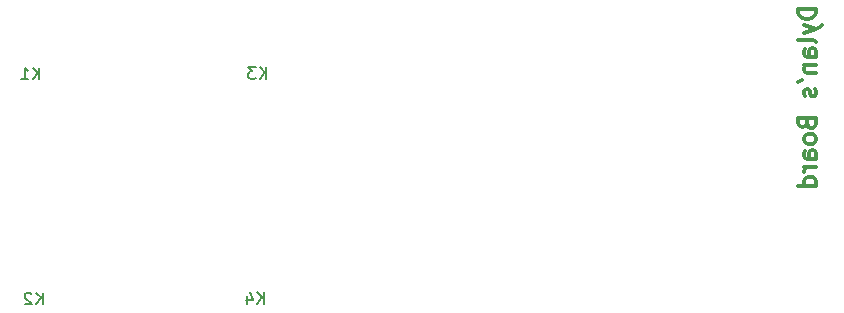
<source format=gbo>
G04 #@! TF.GenerationSoftware,KiCad,Pcbnew,5.1.4*
G04 #@! TF.CreationDate,2019-08-23T15:49:18-05:00*
G04 #@! TF.ProjectId,first_keyboard,66697273-745f-46b6-9579-626f6172642e,rev?*
G04 #@! TF.SameCoordinates,Original*
G04 #@! TF.FileFunction,Legend,Bot*
G04 #@! TF.FilePolarity,Positive*
%FSLAX46Y46*%
G04 Gerber Fmt 4.6, Leading zero omitted, Abs format (unit mm)*
G04 Created by KiCad (PCBNEW 5.1.4) date 2019-08-23 15:49:18*
%MOMM*%
%LPD*%
G04 APERTURE LIST*
%ADD10C,0.300000*%
%ADD11C,0.200000*%
G04 APERTURE END LIST*
D10*
X164278571Y-80700000D02*
X162778571Y-80700000D01*
X162778571Y-81057142D01*
X162850000Y-81271428D01*
X162992857Y-81414285D01*
X163135714Y-81485714D01*
X163421428Y-81557142D01*
X163635714Y-81557142D01*
X163921428Y-81485714D01*
X164064285Y-81414285D01*
X164207142Y-81271428D01*
X164278571Y-81057142D01*
X164278571Y-80700000D01*
X163278571Y-82057142D02*
X164278571Y-82414285D01*
X163278571Y-82771428D02*
X164278571Y-82414285D01*
X164635714Y-82271428D01*
X164707142Y-82200000D01*
X164778571Y-82057142D01*
X164278571Y-83557142D02*
X164207142Y-83414285D01*
X164064285Y-83342857D01*
X162778571Y-83342857D01*
X164278571Y-84771428D02*
X163492857Y-84771428D01*
X163350000Y-84700000D01*
X163278571Y-84557142D01*
X163278571Y-84271428D01*
X163350000Y-84128571D01*
X164207142Y-84771428D02*
X164278571Y-84628571D01*
X164278571Y-84271428D01*
X164207142Y-84128571D01*
X164064285Y-84057142D01*
X163921428Y-84057142D01*
X163778571Y-84128571D01*
X163707142Y-84271428D01*
X163707142Y-84628571D01*
X163635714Y-84771428D01*
X163278571Y-85485714D02*
X164278571Y-85485714D01*
X163421428Y-85485714D02*
X163350000Y-85557142D01*
X163278571Y-85700000D01*
X163278571Y-85914285D01*
X163350000Y-86057142D01*
X163492857Y-86128571D01*
X164278571Y-86128571D01*
X162778571Y-86914285D02*
X163064285Y-86771428D01*
X164207142Y-87485714D02*
X164278571Y-87628571D01*
X164278571Y-87914285D01*
X164207142Y-88057142D01*
X164064285Y-88128571D01*
X163992857Y-88128571D01*
X163850000Y-88057142D01*
X163778571Y-87914285D01*
X163778571Y-87700000D01*
X163707142Y-87557142D01*
X163564285Y-87485714D01*
X163492857Y-87485714D01*
X163350000Y-87557142D01*
X163278571Y-87700000D01*
X163278571Y-87914285D01*
X163350000Y-88057142D01*
X163492857Y-90414285D02*
X163564285Y-90628571D01*
X163635714Y-90700000D01*
X163778571Y-90771428D01*
X163992857Y-90771428D01*
X164135714Y-90700000D01*
X164207142Y-90628571D01*
X164278571Y-90485714D01*
X164278571Y-89914285D01*
X162778571Y-89914285D01*
X162778571Y-90414285D01*
X162850000Y-90557142D01*
X162921428Y-90628571D01*
X163064285Y-90700000D01*
X163207142Y-90700000D01*
X163350000Y-90628571D01*
X163421428Y-90557142D01*
X163492857Y-90414285D01*
X163492857Y-89914285D01*
X164278571Y-91628571D02*
X164207142Y-91485714D01*
X164135714Y-91414285D01*
X163992857Y-91342857D01*
X163564285Y-91342857D01*
X163421428Y-91414285D01*
X163350000Y-91485714D01*
X163278571Y-91628571D01*
X163278571Y-91842857D01*
X163350000Y-91985714D01*
X163421428Y-92057142D01*
X163564285Y-92128571D01*
X163992857Y-92128571D01*
X164135714Y-92057142D01*
X164207142Y-91985714D01*
X164278571Y-91842857D01*
X164278571Y-91628571D01*
X164278571Y-93414285D02*
X163492857Y-93414285D01*
X163350000Y-93342857D01*
X163278571Y-93200000D01*
X163278571Y-92914285D01*
X163350000Y-92771428D01*
X164207142Y-93414285D02*
X164278571Y-93271428D01*
X164278571Y-92914285D01*
X164207142Y-92771428D01*
X164064285Y-92700000D01*
X163921428Y-92700000D01*
X163778571Y-92771428D01*
X163707142Y-92914285D01*
X163707142Y-93271428D01*
X163635714Y-93414285D01*
X164278571Y-94128571D02*
X163278571Y-94128571D01*
X163564285Y-94128571D02*
X163421428Y-94200000D01*
X163350000Y-94271428D01*
X163278571Y-94414285D01*
X163278571Y-94557142D01*
X164278571Y-95700000D02*
X162778571Y-95700000D01*
X164207142Y-95700000D02*
X164278571Y-95557142D01*
X164278571Y-95271428D01*
X164207142Y-95128571D01*
X164135714Y-95057142D01*
X163992857Y-94985714D01*
X163564285Y-94985714D01*
X163421428Y-95057142D01*
X163350000Y-95128571D01*
X163278571Y-95271428D01*
X163278571Y-95557142D01*
X163350000Y-95700000D01*
D11*
X98519345Y-86696130D02*
X98519345Y-85696130D01*
X97947916Y-86696130D02*
X98376488Y-86124702D01*
X97947916Y-85696130D02*
X98519345Y-86267559D01*
X96995535Y-86696130D02*
X97566964Y-86696130D01*
X97281250Y-86696130D02*
X97281250Y-85696130D01*
X97376488Y-85838988D01*
X97471726Y-85934226D01*
X97566964Y-85981845D01*
X98800595Y-105733630D02*
X98800595Y-104733630D01*
X98229166Y-105733630D02*
X98657738Y-105162202D01*
X98229166Y-104733630D02*
X98800595Y-105305059D01*
X97848214Y-104828869D02*
X97800595Y-104781250D01*
X97705357Y-104733630D01*
X97467261Y-104733630D01*
X97372023Y-104781250D01*
X97324404Y-104828869D01*
X97276785Y-104924107D01*
X97276785Y-105019345D01*
X97324404Y-105162202D01*
X97895833Y-105733630D01*
X97276785Y-105733630D01*
X117744345Y-86633630D02*
X117744345Y-85633630D01*
X117172916Y-86633630D02*
X117601488Y-86062202D01*
X117172916Y-85633630D02*
X117744345Y-86205059D01*
X116839583Y-85633630D02*
X116220535Y-85633630D01*
X116553869Y-86014583D01*
X116411011Y-86014583D01*
X116315773Y-86062202D01*
X116268154Y-86109821D01*
X116220535Y-86205059D01*
X116220535Y-86443154D01*
X116268154Y-86538392D01*
X116315773Y-86586011D01*
X116411011Y-86633630D01*
X116696726Y-86633630D01*
X116791964Y-86586011D01*
X116839583Y-86538392D01*
X117556845Y-105702380D02*
X117556845Y-104702380D01*
X116985416Y-105702380D02*
X117413988Y-105130952D01*
X116985416Y-104702380D02*
X117556845Y-105273809D01*
X116128273Y-105035714D02*
X116128273Y-105702380D01*
X116366369Y-104654761D02*
X116604464Y-105369047D01*
X115985416Y-105369047D01*
M02*

</source>
